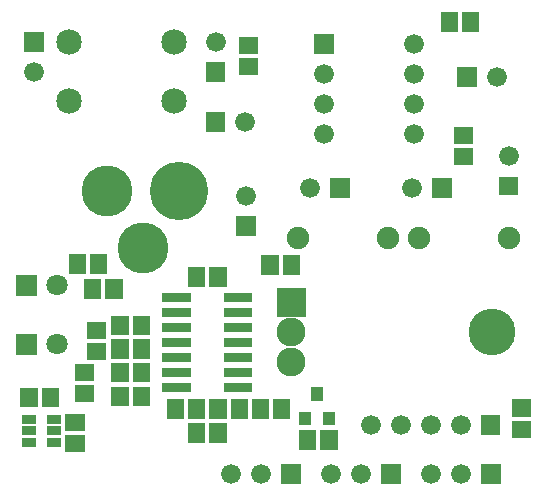
<source format=gbr>
G04 start of page 4 for group -4063 idx -4063 *
G04 Title: (unknown), componentmask *
G04 Creator: pcb 20091103 *
G04 CreationDate: Fri 28 Jan 2011 22:02:30 GMT UTC *
G04 For: thomas *
G04 Format: Gerber/RS-274X *
G04 PCB-Dimensions: 179130 179130 *
G04 PCB-Coordinate-Origin: lower left *
%MOIN*%
%FSLAX25Y25*%
%LNFRONTMASK*%
%ADD13C,0.0200*%
%ADD36C,0.0660*%
%ADD37C,0.0850*%
%ADD38C,0.0710*%
%ADD39C,0.1950*%
%ADD40C,0.1700*%
%ADD41C,0.0750*%
%ADD42C,0.0960*%
%ADD43C,0.1560*%
%ADD44R,0.0572X0.0572*%
%ADD45R,0.0300X0.0300*%
%ADD46R,0.0400X0.0400*%
G54D13*G36*
X67566Y161406D02*Y154806D01*
X74166D01*
Y161406D01*
X67566D01*
G37*
G54D36*X86063Y24012D03*
X76063D03*
G54D13*G36*
X6936Y171406D02*Y164806D01*
X13536D01*
Y171406D01*
X6936D01*
G37*
G54D36*X10236Y158106D03*
G54D13*G36*
X4324Y90554D02*Y83454D01*
X11424D01*
Y90554D01*
X4324D01*
G37*
G36*
Y70869D02*Y63769D01*
X11424D01*
Y70869D01*
X4324D01*
G37*
G54D38*X17874Y87004D03*
Y67319D03*
G54D37*X22047Y168106D03*
Y148421D03*
G54D40*X34707Y118564D03*
G54D36*X70866Y168106D03*
G54D37*X57047D03*
G54D13*G36*
X67506Y144645D02*Y138045D01*
X74106D01*
Y144645D01*
X67506D01*
G37*
G54D36*X80806Y141345D03*
G54D37*X57047Y148421D03*
G54D13*G36*
X77716Y109943D02*Y103343D01*
X84316D01*
Y109943D01*
X77716D01*
G37*
G54D36*X81016Y116643D03*
G54D39*X58707Y118564D03*
G54D40*X46707Y99564D03*
G54D13*G36*
X103781Y170720D02*Y164120D01*
X110381D01*
Y170720D01*
X103781D01*
G37*
G54D36*X107081Y157420D03*
Y147420D03*
Y137420D03*
X137081D03*
Y167420D03*
Y147420D03*
Y157420D03*
G54D13*G36*
X151268Y159594D02*Y152994D01*
X157868D01*
Y159594D01*
X151268D01*
G37*
G54D36*X164568Y156294D03*
G54D13*G36*
X143157Y122587D02*Y115987D01*
X149757D01*
Y122587D01*
X143157D01*
G37*
G54D36*X136457Y119287D03*
G54D13*G36*
X165454Y123125D02*Y117025D01*
X171554D01*
Y123125D01*
X165454D01*
G37*
G54D36*X168504Y130075D03*
X102295Y119376D03*
G54D13*G36*
X108995Y122676D02*Y116076D01*
X115595D01*
Y122676D01*
X108995D01*
G37*
G54D41*X128234Y102837D03*
X98234D03*
X138583Y102752D03*
G54D13*G36*
X159220Y43847D02*Y37247D01*
X165820D01*
Y43847D01*
X159220D01*
G37*
G54D36*X152520Y40547D03*
G54D43*X163110Y71285D03*
G54D41*X168583Y102752D03*
G54D36*X142520Y40547D03*
X132520D03*
X122520D03*
G54D13*G36*
X159456Y27312D02*Y20712D01*
X166056D01*
Y27312D01*
X159456D01*
G37*
G54D36*X152756Y24012D03*
X142756D03*
G54D13*G36*
X126149Y27312D02*Y20712D01*
X132749D01*
Y27312D01*
X126149D01*
G37*
G54D36*X119449Y24012D03*
X109449D03*
G54D13*G36*
X92763Y27312D02*Y20712D01*
X99363D01*
Y27312D01*
X92763D01*
G37*
G36*
X91310Y86085D02*Y76485D01*
X100910D01*
Y86085D01*
X91310D01*
G37*
G54D42*X96110Y71285D03*
Y61285D03*
G54D44*X81497Y166925D02*X82283D01*
X81497Y159839D02*X82283D01*
X148819Y175193D02*Y174407D01*
X155905Y175193D02*Y174407D01*
X153150Y129918D02*X153936D01*
X153150Y137004D02*X153936D01*
X88977Y94091D02*Y93305D01*
X96063Y94091D02*Y93305D01*
G54D45*X54506Y82775D02*X61006D01*
X54506Y77775D02*X61006D01*
X54506Y72775D02*X61006D01*
X75006Y62775D02*X81506D01*
X75006Y67775D02*X81506D01*
X75006Y72775D02*X81506D01*
X75006Y77775D02*X81506D01*
X75006Y82775D02*X81506D01*
G54D44*X64567Y90154D02*Y89368D01*
X71653Y90154D02*Y89368D01*
X38977Y50388D02*Y49602D01*
X38976Y58262D02*Y57476D01*
X26772Y50784D02*X27558D01*
X26772Y57870D02*X27558D01*
X46063Y50388D02*Y49602D01*
X46062Y58262D02*Y57476D01*
Y66136D02*Y65350D01*
X38976Y66136D02*Y65350D01*
G54D45*X54506Y67775D02*X61006D01*
X54506Y62775D02*X61006D01*
X54506Y57775D02*X61006D01*
X54506Y52775D02*X61006D01*
G54D44*X38976Y74010D02*Y73224D01*
X37007Y86217D02*Y85431D01*
X46062Y74010D02*Y73224D01*
X30709Y72043D02*X31495D01*
X30709Y64957D02*X31495D01*
X24803Y94484D02*Y93698D01*
X31889Y94484D02*Y93698D01*
X29921Y86217D02*Y85431D01*
X8661Y49996D02*Y49210D01*
X15747Y49996D02*Y49210D01*
G54D45*X16110Y34550D02*X17710D01*
G54D44*X23622Y34248D02*X24408D01*
G54D45*X16110Y38450D02*X17710D01*
X16110Y42350D02*X17710D01*
X7910D02*X9510D01*
G54D44*X23622Y41334D02*X24408D01*
G54D45*X7910Y38450D02*X9510D01*
X7910Y34550D02*X9510D01*
G54D44*X71653Y46059D02*Y45273D01*
X57480Y46058D02*Y45272D01*
X64566Y46058D02*Y45272D01*
X78739Y46059D02*Y45273D01*
G54D45*X75006Y52775D02*X81506D01*
X75006Y57775D02*X81506D01*
G54D44*X85827Y46059D02*Y45273D01*
X64567Y38184D02*Y37398D01*
X71653Y38184D02*Y37398D01*
X172442Y38973D02*X173228D01*
X92913Y46059D02*Y45273D01*
G54D46*X100787Y42910D02*Y42310D01*
G54D44*X172442Y46059D02*X173228D01*
G54D46*X108587Y42910D02*Y42310D01*
G54D44*X108661Y35822D02*Y35036D01*
X101575Y35822D02*Y35036D01*
G54D46*X104687Y51110D02*Y50510D01*
M02*

</source>
